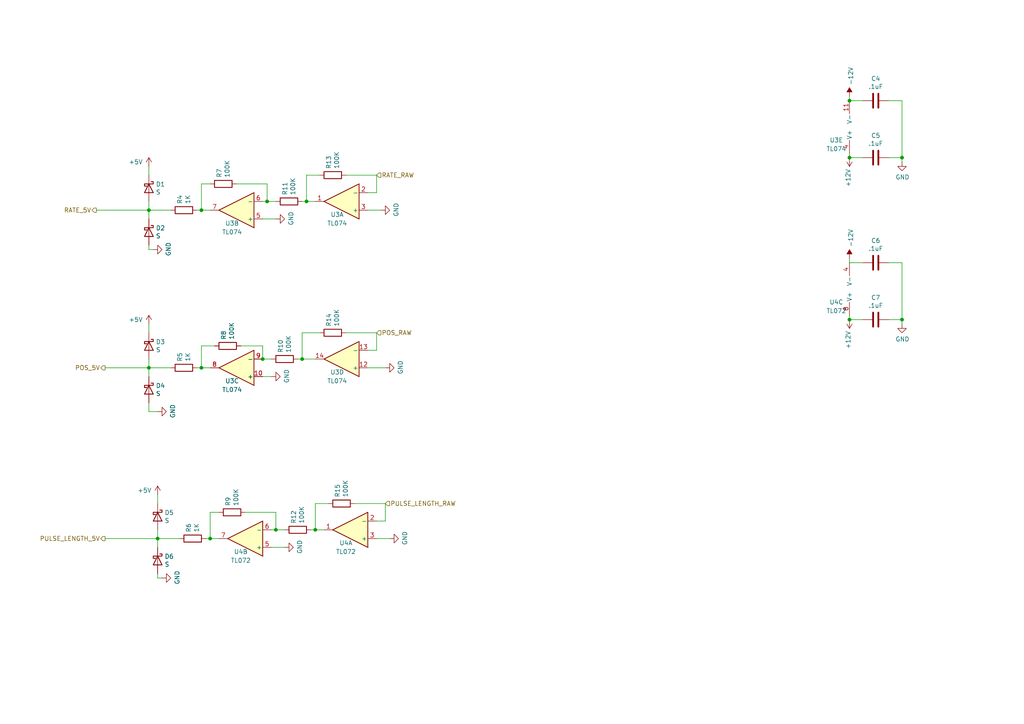
<source format=kicad_sch>
(kicad_sch (version 20230121) (generator eeschema)
  (paper "A4")
  (lib_symbols
    (symbol "Amplifier_Operational:TL072" (pin_names (offset 0.127))
      (property "Reference" "U" (at 0 5.08 0))
      (property "Value" "TL072" (at 0 -5.08 0))
      (symbol "TL072_1_1"
        (polyline (pts (xy -5.08 5.08) (xy 5.08 0) (xy -5.08 -5.08) (xy -5.08 5.08)) (stroke (width 0.254)) (fill (type background)))
        (pin output line (at 7.62 0 180) (length 2.54) (name "~") (number "1"))
        (pin input line (at -7.62 -2.54 0) (length 2.54) (name "-") (number "2"))
        (pin input line (at -7.62 2.54 0) (length 2.54) (name "+") (number "3"))
      )
      (symbol "TL072_2_1"
        (polyline (pts (xy -5.08 5.08) (xy 5.08 0) (xy -5.08 -5.08) (xy -5.08 5.08)) (stroke (width 0.254)) (fill (type background)))
        (pin input line (at -7.62 2.54 0) (length 2.54) (name "+") (number "5"))
        (pin input line (at -7.62 -2.54 0) (length 2.54) (name "-") (number "6"))
        (pin output line (at 7.62 0 180) (length 2.54) (name "~") (number "7"))
      )
      (symbol "TL072_3_1"
        (pin power_in line (at -2.54 -7.62 90) (length 3.81) (name "V-") (number "4"))
        (pin power_in line (at -2.54 7.62 270) (length 3.81) (name "V+") (number "8"))
      )
    )
    (symbol "Amplifier_Operational:TL074" (pin_names (offset 0.127))
      (property "Reference" "U" (at 0 5.08 0))
      (property "Value" "TL074" (at 0 -5.08 0))
      (symbol "TL074_1_1"
        (polyline (pts (xy -5.08 5.08) (xy 5.08 0) (xy -5.08 -5.08) (xy -5.08 5.08)) (stroke (width 0.254)) (fill (type background)))
        (pin output line (at 7.62 0 180) (length 2.54) (name "~") (number "1"))
        (pin input line (at -7.62 -2.54 0) (length 2.54) (name "-") (number "2"))
        (pin input line (at -7.62 2.54 0) (length 2.54) (name "+") (number "3"))
      )
      (symbol "TL074_2_1"
        (polyline (pts (xy -5.08 5.08) (xy 5.08 0) (xy -5.08 -5.08) (xy -5.08 5.08)) (stroke (width 0.254)) (fill (type background)))
        (pin input line (at -7.62 2.54 0) (length 2.54) (name "+") (number "5"))
        (pin input line (at -7.62 -2.54 0) (length 2.54) (name "-") (number "6"))
        (pin output line (at 7.62 0 180) (length 2.54) (name "~") (number "7"))
      )
      (symbol "TL074_3_1"
        (polyline (pts (xy -5.08 5.08) (xy 5.08 0) (xy -5.08 -5.08) (xy -5.08 5.08)) (stroke (width 0.254)) (fill (type background)))
        (pin input line (at -7.62 2.54 0) (length 2.54) (name "+") (number "10"))
        (pin output line (at 7.62 0 180) (length 2.54) (name "~") (number "8"))
        (pin input line (at -7.62 -2.54 0) (length 2.54) (name "-") (number "9"))
      )
      (symbol "TL074_4_1"
        (polyline (pts (xy -5.08 5.08) (xy 5.08 0) (xy -5.08 -5.08) (xy -5.08 5.08)) (stroke (width 0.254)) (fill (type background)))
        (pin input line (at -7.62 2.54 0) (length 2.54) (name "+") (number "12"))
        (pin input line (at -7.62 -2.54 0) (length 2.54) (name "-") (number "13"))
        (pin output line (at 7.62 0 180) (length 2.54) (name "~") (number "14"))
      )
      (symbol "TL074_5_1"
        (pin power_in line (at -2.54 -7.62 90) (length 3.81) (name "V-") (number "11"))
        (pin power_in line (at -2.54 7.62 270) (length 3.81) (name "V+") (number "4"))
      )
    )
    (symbol "Device:C" (pin_numbers hide) (pin_names (offset 0.254))
      (property "Reference" "C" (at 0.635 2.54 0))
      (property "Value" "C" (at 0.635 -2.54 0))
      (symbol "C_0_1"
        (polyline (pts (xy -2.032 -0.762) (xy 2.032 -0.762)) (stroke (width 0.508)))
        (polyline (pts (xy -2.032 0.762) (xy 2.032 0.762)) (stroke (width 0.508)))
      )
      (symbol "C_1_1"
        (pin passive line (at 0 3.81 270) (length 2.794) (name "~") (number "1"))
        (pin passive line (at 0 -3.81 90) (length 2.794) (name "~") (number "2"))
      )
    )
    (symbol "Device:D_Schottky" (pin_numbers hide) (pin_names (offset 1.016) hide)
      (property "Reference" "D" (at 0 2.54 0))
      (property "Value" "D_Schottky" (at 0 -2.54 0))
      (symbol "D_Schottky_0_1"
        (polyline (pts (xy 1.27 0) (xy -1.27 0)))
        (polyline (pts (xy 1.27 1.27) (xy 1.27 -1.27) (xy -1.27 0) (xy 1.27 1.27)) (stroke (width 0.254)))
        (polyline (pts (xy -1.905 0.635) (xy -1.905 1.27) (xy -1.27 1.27) (xy -1.27 -1.27) (xy -0.635 -1.27) (xy -0.635 -0.635)) (stroke (width 0.254)))
      )
      (symbol "D_Schottky_1_1"
        (pin passive line (at -3.81 0 0) (length 2.54) (name "K") (number "1"))
        (pin passive line (at 3.81 0 180) (length 2.54) (name "A") (number "2"))
      )
    )
    (symbol "Device:R" (pin_numbers hide) (pin_names (offset 0))
      (property "Reference" "R" (at 2.032 0 90))
      (property "Value" "R" (at 0 0 90))
      (symbol "R_0_1"
        (rectangle (start -1.016 -2.54) (end 1.016 2.54) (stroke (width 0.254)))
      )
      (symbol "R_1_1"
        (pin passive line (at 0 3.81 270) (length 1.27) (name "~") (number "1"))
        (pin passive line (at 0 -3.81 90) (length 1.27) (name "~") (number "2"))
      )
    )
    (symbol "power:+12V" (power) (pin_names (offset 0))
      (property "Value" "+12V" (at 0 3.556 0))
      (symbol "+12V_0_1"
        (polyline (pts (xy -0.762 1.27) (xy 0 2.54)))
        (polyline (pts (xy 0 0) (xy 0 2.54)))
        (polyline (pts (xy 0 2.54) (xy 0.762 1.27)))
      )
      (symbol "+12V_1_1"
        (pin power_in line (at 0 0 90) (length 0) hide (name "+12V") (number "1"))
      )
    )
    (symbol "power:+5V" (power) (pin_names (offset 0))
      (property "Value" "+5V" (at 0 3.556 0))
      (symbol "+5V_0_1"
        (polyline (pts (xy -0.762 1.27) (xy 0 2.54)))
        (polyline (pts (xy 0 0) (xy 0 2.54)))
        (polyline (pts (xy 0 2.54) (xy 0.762 1.27)))
      )
      (symbol "+5V_1_1"
        (pin power_in line (at 0 0 90) (length 0) hide (name "+5V") (number "1"))
      )
    )
    (symbol "power:-12V" (power) (pin_names (offset 0))
      (property "Value" "-12V" (at 0 3.81 0))
      (symbol "-12V_0_0"
        (pin power_in line (at 0 0 90) (length 0) hide (name "-12V") (number "1"))
      )
      (symbol "-12V_0_1"
        (polyline (pts (xy 0 0) (xy 0 1.27) (xy 0.762 1.27) (xy 0 2.54) (xy -0.762 1.27) (xy 0 1.27)) (fill (type outline)))
      )
    )
    (symbol "power:GND" (power) (pin_names (offset 0))
      (property "Value" "GND" (at 0 -3.81 0))
      (symbol "GND_0_1"
        (polyline (pts (xy 0 0) (xy 0 -1.27) (xy 1.27 -1.27) (xy 0 -2.54) (xy -1.27 -1.27) (xy 0 -1.27)))
      )
      (symbol "GND_1_1"
        (pin power_in line (at 0 0 270) (length 0) hide (name "GND") (number "1"))
      )
    )
  )
  (junction (at 43.18 60.96))
  (junction (at 261.62 45.72))
  (junction (at 80.01 153.67))
  (junction (at 60.96 156.21))
  (junction (at 246.38 29.21))
  (junction (at 58.42 60.96))
  (junction (at 58.42 106.68))
  (junction (at 43.18 106.68))
  (junction (at 77.47 58.42))
  (junction (at 87.63 104.14))
  (junction (at 246.38 45.72))
  (junction (at 246.38 92.71))
  (junction (at 76.2 104.14))
  (junction (at 261.62 92.71))
  (junction (at 45.72 156.21))
  (junction (at 88.9 58.42))
  (junction (at 91.44 153.67))
  (wire (pts (xy 77.47 53.34) (xy 68.58 53.34)))
  (wire (pts (xy 45.72 156.21) (xy 30.48 156.21)))
  (wire (pts (xy 92.71 50.8) (xy 88.9 50.8)))
  (wire (pts (xy 76.2 109.22) (xy 78.74 109.22)))
  (wire (pts (xy 250.19 45.72) (xy 246.38 45.72)))
  (wire (pts (xy 63.5 148.59) (xy 60.96 148.59)))
  (wire (pts (xy 76.2 58.42) (xy 77.47 58.42)))
  (wire (pts (xy 100.33 96.52) (xy 109.22 96.52)))
  (wire (pts (xy 261.62 92.71) (xy 261.62 93.98)))
  (wire (pts (xy 261.62 45.72) (xy 261.62 46.99)))
  (wire (pts (xy 62.23 100.33) (xy 58.42 100.33)))
  (wire (pts (xy 78.74 104.14) (xy 76.2 104.14)))
  (wire (pts (xy 69.85 100.33) (xy 76.2 100.33)))
  (wire (pts (xy 77.47 58.42) (xy 77.47 53.34)))
  (wire (pts (xy 92.71 96.52) (xy 87.63 96.52)))
  (wire (pts (xy 45.72 143.51) (xy 45.72 146.05)))
  (wire (pts (xy 95.25 146.05) (xy 91.44 146.05)))
  (wire (pts (xy 257.81 45.72) (xy 261.62 45.72)))
  (wire (pts (xy 49.53 106.68) (xy 43.18 106.68)))
  (wire (pts (xy 45.72 167.64) (xy 46.99 167.64)))
  (wire (pts (xy 52.07 156.21) (xy 45.72 156.21)))
  (wire (pts (xy 86.36 104.14) (xy 87.63 104.14)))
  (wire (pts (xy 43.18 71.12) (xy 43.18 72.39)))
  (wire (pts (xy 250.19 29.21) (xy 246.38 29.21)))
  (wire (pts (xy 257.81 76.2) (xy 261.62 76.2)))
  (wire (pts (xy 58.42 100.33) (xy 58.42 106.68)))
  (wire (pts (xy 111.76 146.05) (xy 102.87 146.05)))
  (wire (pts (xy 106.68 106.68) (xy 111.76 106.68)))
  (wire (pts (xy 43.18 60.96) (xy 27.94 60.96)))
  (wire (pts (xy 109.22 55.88) (xy 109.22 50.8)))
  (wire (pts (xy 45.72 166.37) (xy 45.72 167.64)))
  (wire (pts (xy 80.01 148.59) (xy 71.12 148.59)))
  (wire (pts (xy 109.22 96.52) (xy 109.22 101.6)))
  (wire (pts (xy 246.38 74.93) (xy 246.38 76.2)))
  (wire (pts (xy 88.9 58.42) (xy 87.63 58.42)))
  (wire (pts (xy 109.22 50.8) (xy 100.33 50.8)))
  (wire (pts (xy 76.2 100.33) (xy 76.2 104.14)))
  (wire (pts (xy 246.38 27.94) (xy 246.38 29.21)))
  (wire (pts (xy 257.81 92.71) (xy 261.62 92.71)))
  (wire (pts (xy 43.18 104.14) (xy 43.18 106.68)))
  (wire (pts (xy 43.18 63.5) (xy 43.18 60.96)))
  (wire (pts (xy 43.18 106.68) (xy 43.18 109.22)))
  (wire (pts (xy 246.38 44.45) (xy 246.38 45.72)))
  (wire (pts (xy 111.76 151.13) (xy 109.22 151.13)))
  (wire (pts (xy 91.44 58.42) (xy 88.9 58.42)))
  (wire (pts (xy 43.18 48.26) (xy 43.18 50.8)))
  (wire (pts (xy 58.42 106.68) (xy 57.15 106.68)))
  (wire (pts (xy 58.42 60.96) (xy 57.15 60.96)))
  (wire (pts (xy 109.22 156.21) (xy 113.03 156.21)))
  (wire (pts (xy 109.22 101.6) (xy 106.68 101.6)))
  (wire (pts (xy 78.74 153.67) (xy 80.01 153.67)))
  (wire (pts (xy 91.44 153.67) (xy 90.17 153.67)))
  (wire (pts (xy 91.44 146.05) (xy 91.44 153.67)))
  (wire (pts (xy 60.96 60.96) (xy 58.42 60.96)))
  (wire (pts (xy 43.18 93.98) (xy 43.18 96.52)))
  (wire (pts (xy 45.72 153.67) (xy 45.72 156.21)))
  (wire (pts (xy 45.72 158.75) (xy 45.72 156.21)))
  (wire (pts (xy 76.2 63.5) (xy 80.01 63.5)))
  (wire (pts (xy 60.96 156.21) (xy 59.69 156.21)))
  (wire (pts (xy 261.62 76.2) (xy 261.62 92.71)))
  (wire (pts (xy 250.19 92.71) (xy 246.38 92.71)))
  (wire (pts (xy 78.74 158.75) (xy 82.55 158.75)))
  (wire (pts (xy 60.96 53.34) (xy 58.42 53.34)))
  (wire (pts (xy 43.18 72.39) (xy 44.45 72.39)))
  (wire (pts (xy 87.63 96.52) (xy 87.63 104.14)))
  (wire (pts (xy 43.18 106.68) (xy 30.48 106.68)))
  (wire (pts (xy 106.68 60.96) (xy 110.49 60.96)))
  (wire (pts (xy 49.53 60.96) (xy 43.18 60.96)))
  (wire (pts (xy 63.5 156.21) (xy 60.96 156.21)))
  (wire (pts (xy 80.01 153.67) (xy 80.01 148.59)))
  (wire (pts (xy 43.18 116.84) (xy 43.18 119.38)))
  (wire (pts (xy 111.76 151.13) (xy 111.76 146.05)))
  (wire (pts (xy 88.9 50.8) (xy 88.9 58.42)))
  (wire (pts (xy 250.19 76.2) (xy 246.38 76.2)))
  (wire (pts (xy 87.63 104.14) (xy 91.44 104.14)))
  (wire (pts (xy 80.01 153.67) (xy 82.55 153.67)))
  (wire (pts (xy 43.18 119.38) (xy 45.72 119.38)))
  (wire (pts (xy 77.47 58.42) (xy 80.01 58.42)))
  (wire (pts (xy 60.96 148.59) (xy 60.96 156.21)))
  (wire (pts (xy 93.98 153.67) (xy 91.44 153.67)))
  (wire (pts (xy 109.22 55.88) (xy 106.68 55.88)))
  (wire (pts (xy 43.18 58.42) (xy 43.18 60.96)))
  (wire (pts (xy 246.38 91.44) (xy 246.38 92.71)))
  (wire (pts (xy 58.42 53.34) (xy 58.42 60.96)))
  (wire (pts (xy 261.62 29.21) (xy 261.62 45.72)))
  (wire (pts (xy 60.96 106.68) (xy 58.42 106.68)))
  (wire (pts (xy 257.81 29.21) (xy 261.62 29.21)))
  (hierarchical_label "POS_5V" (shape output) (at 30.48 106.68 180))
  (hierarchical_label "PULSE_LENGTH_5V" (shape output) (at 30.48 156.21 180))
  (hierarchical_label "RATE_RAW" (shape input) (at 109.22 50.8 0))
  (hierarchical_label "PULSE_LENGTH_RAW" (shape input) (at 111.76 146.05 0))
  (hierarchical_label "POS_RAW" (shape input) (at 109.22 96.52 0))
  (hierarchical_label "RATE_5V" (shape output) (at 27.94 60.96 180))
  (symbol (lib_id "Device:C") (at 254 29.21 270) (unit 1)
    (property "Reference" "C4" (at 254 22.8092 90))
    (property "Value" ".1uF" (at 254 25.1206 90))
    (property "Footprint" "Capacitor_THT:C_Disc_D3.0mm_W1.6mm_P2.50mm" (effects hide))
  )
  (symbol (lib_id "power:GND") (at 261.62 46.99 0) (unit 1)
    (property "Reference" "#PWR034" (effects hide))
    (property "Value" "GND" (at 261.747 51.3842 0))
    (instances (project "brain" (path "" (reference "#PWR034") (unit 1)) (path "" (reference "#PWR?") (unit 1))))
  )
  (symbol (lib_id "Device:C") (at 254 45.72 270) (unit 1)
    (property "Reference" "C5" (at 254 39.3192 90))
    (property "Value" ".1uF" (at 254 41.6306 90))
    (property "Footprint" "Capacitor_THT:C_Disc_D3.0mm_W1.6mm_P2.50mm" (effects hide))
  )
  (symbol (lib_id "Amplifier_Operational:TL072") (at 101.6 153.67 180) (unit 1)
    (property "Reference" "U4" (at 100.33 157.48 0))
    (property "Value" "TL072" (at 100.33 160.02 0))
    (property "Footprint" "Package_DIP:DIP-8_W7.62mm" (effects hide))
    (property "Datasheet" "http://www.ti.com/lit/ds/symlink/tl071.pdf" (effects hide))
    (instances (project "brain" (path "" (reference "U4") (unit 1)) (path "" (reference "U?") (unit 1))))
  )
  (symbol (lib_id "power:GND") (at 113.03 156.21 90) (unit 1)
    (property "Reference" "#PWR029" (effects hide))
    (property "Value" "GND" (at 117.4242 156.083 0))
    (instances (project "brain" (path "" (reference "#PWR029") (unit 1)) (path "" (reference "#PWR?") (unit 1))))
  )
  (symbol (lib_id "Device:R") (at 99.06 146.05 90) (unit 1)
    (property "Reference" "R15" (at 97.8916 144.272 0) (effects (justify left)))
    (property "Value" "100K" (at 100.203 144.272 0) (effects (justify left)))
    (property "Footprint" "Resistor_THT:R_Axial_DIN0207_L6.3mm_D2.5mm_P7.62mm_Horizontal" (effects hide))
    (instances (project "brain" (path "" (reference "R15") (unit 1)) (path "" (reference "R?") (unit 1))))
  )
  (symbol (lib_id "Device:R") (at 86.36 153.67 90) (unit 1)
    (property "Reference" "R12" (at 85.1916 151.892 0) (effects (justify left)))
    (property "Value" "100K" (at 87.503 151.892 0) (effects (justify left)))
    (property "Footprint" "Resistor_THT:R_Axial_DIN0207_L6.3mm_D2.5mm_P7.62mm_Horizontal" (effects hide))
    (instances (project "brain" (path "" (reference "R12") (unit 1)) (path "" (reference "R?") (unit 1))))
  )
  (symbol (lib_id "Amplifier_Operational:TL072") (at 71.12 156.21 180) (unit 2)
    (property "Reference" "U4" (at 69.85 160.02 0))
    (property "Value" "TL072" (at 69.85 162.56 0))
    (property "Footprint" "Package_DIP:DIP-8_W7.62mm" (effects hide))
    (property "Datasheet" "http://www.ti.com/lit/ds/symlink/tl071.pdf" (effects hide))
    (instances (project "brain" (path "" (reference "U4") (unit 2)) (path "" (reference "U?") (unit 2))))
  )
  (symbol (lib_id "power:GND") (at 82.55 158.75 90) (unit 1)
    (property "Reference" "#PWR026" (effects hide))
    (property "Value" "GND" (at 86.9442 158.623 0))
    (instances (project "brain" (path "" (reference "#PWR026") (unit 1)) (path "" (reference "#PWR?") (unit 1))))
  )
  (symbol (lib_id "Device:R") (at 67.31 148.59 90) (unit 1)
    (property "Reference" "R9" (at 66.1416 146.812 0) (effects (justify left)))
    (property "Value" "100K" (at 68.453 146.812 0) (effects (justify left)))
    (property "Footprint" "Resistor_THT:R_Axial_DIN0207_L6.3mm_D2.5mm_P7.62mm_Horizontal" (effects hide))
    (instances (project "brain" (path "" (reference "R9") (unit 1)) (path "" (reference "R?") (unit 1))))
  )
  (symbol (lib_id "Device:R") (at 55.88 156.21 90) (unit 1)
    (property "Reference" "R6" (at 54.7116 154.432 0) (effects (justify left)))
    (property "Value" "1K" (at 57.023 154.432 0) (effects (justify left)))
    (property "Footprint" "Resistor_THT:R_Axial_DIN0207_L6.3mm_D2.5mm_P7.62mm_Horizontal" (effects hide))
    (instances (project "brain" (path "" (reference "R6") (unit 1)) (path "" (reference "R?") (unit 1))))
  )
  (symbol (lib_id "Device:D_Schottky") (at 45.72 149.86 270) (unit 1)
    (property "Reference" "D5" (at 47.7266 148.6916 90) (effects (justify left)))
    (property "Value" "S" (at 47.7266 151.003 90) (effects (justify left)))
    (property "Footprint" "Diode_THT:D_DO-34_SOD68_P7.62mm_Horizontal" (effects hide))
    (instances (project "brain" (path "" (reference "D5") (unit 1)) (path "" (reference "D?") (unit 1))))
  )
  (symbol (lib_id "Device:D_Schottky") (at 45.72 162.56 270) (unit 1)
    (property "Reference" "D6" (at 47.7266 161.3916 90) (effects (justify left)))
    (property "Value" "S" (at 47.7266 163.703 90) (effects (justify left)))
    (property "Footprint" "Diode_THT:D_DO-34_SOD68_P7.62mm_Horizontal" (effects hide))
    (instances (project "brain" (path "" (reference "D6") (unit 1)) (path "" (reference "D?") (unit 1))))
  )
  (symbol (lib_id "power:+5V") (at 45.72 143.51 0) (unit 1)
    (property "Reference" "#PWR022" (effects hide))
    (property "Value" "+5V" (at 41.91 142.24 0))
    (instances (project "brain" (path "" (reference "#PWR022") (unit 1)) (path "" (reference "#PWR?") (unit 1))))
  )
  (symbol (lib_id "power:GND") (at 46.99 167.64 90) (unit 1)
    (property "Reference" "#PWR023" (effects hide))
    (property "Value" "GND" (at 51.3842 167.513 0))
    (instances (project "brain" (path "" (reference "#PWR023") (unit 1)) (path "" (reference "#PWR?") (unit 1))))
  )
  (symbol (lib_id "power:+12V") (at 246.38 92.71 180) (unit 1)
    (property "Reference" "#PWR033" (effects hide))
    (property "Value" "+12V" (at 245.999 95.9612 90) (effects (justify left)))
    (instances (project "brain" (path "" (reference "#PWR033") (unit 1)) (path "" (reference "#PWR?") (unit 1))))
  )
  (symbol (lib_id "power:-12V") (at 246.38 74.93 0) (unit 1)
    (property "Reference" "#PWR032" (effects hide))
    (property "Value" "-12V" (at 246.761 71.6788 90) (effects (justify left)))
    (instances (project "brain" (path "" (reference "#PWR032") (unit 1)) (path "" (reference "#PWR?") (unit 1))))
  )
  (symbol (lib_id "Device:C") (at 254 76.2 270) (unit 1)
    (property "Reference" "C6" (at 254 69.7992 90))
    (property "Value" ".1uF" (at 254 72.1106 90))
    (property "Footprint" "Capacitor_THT:C_Disc_D3.0mm_W1.6mm_P2.50mm" (effects hide))
  )
  (symbol (lib_id "power:GND") (at 261.62 93.98 0) (unit 1)
    (property "Reference" "#PWR035" (effects hide))
    (property "Value" "GND" (at 261.747 98.3742 0))
    (instances (project "brain" (path "" (reference "#PWR035") (unit 1)) (path "" (reference "#PWR?") (unit 1))))
  )
  (symbol (lib_id "Device:C") (at 254 92.71 270) (unit 1)
    (property "Reference" "C7" (at 254 86.3092 90))
    (property "Value" ".1uF" (at 254 88.6206 90))
    (property "Footprint" "Capacitor_THT:C_Disc_D3.0mm_W1.6mm_P2.50mm" (effects hide))
  )
  (symbol (lib_id "Amplifier_Operational:TL072") (at 243.84 83.82 180) (unit 3)
    (property "Reference" "U4" (at 242.57 87.63 0))
    (property "Value" "TL072" (at 242.57 90.17 0))
    (property "Footprint" "Package_DIP:DIP-8_W7.62mm" (effects hide))
    (property "Datasheet" "http://www.ti.com/lit/ds/symlink/tl071.pdf" (effects hide))
    (instances (project "brain" (path "" (reference "U4") (unit 3)) (path "" (reference "U?") (unit 1))))
  )
  (symbol (lib_id "Amplifier_Operational:TL074") (at 99.06 58.42 180) (unit 1)
    (property "Reference" "U3" (at 97.79 62.23 0))
    (property "Value" "TL074" (at 97.79 64.77 0))
    (property "Footprint" "Package_DIP:DIP-14_W7.62mm" (effects hide))
    (property "Datasheet" "http://www.ti.com/lit/ds/symlink/tl071.pdf" (effects hide))
    (instances (project "brain" (path "" (reference "U3") (unit 1)) (path "" (reference "U?") (unit 1))))
  )
  (symbol (lib_id "power:GND") (at 110.49 60.96 90) (unit 1)
    (property "Reference" "#PWR027" (effects hide))
    (property "Value" "GND" (at 114.8842 60.833 0))
    (instances (project "brain" (path "" (reference "#PWR027") (unit 1)) (path "" (reference "#PWR?") (unit 1))))
  )
  (symbol (lib_id "Device:R") (at 96.52 50.8 90) (unit 1)
    (property "Reference" "R13" (at 95.3516 49.022 0) (effects (justify left)))
    (property "Value" "100K" (at 97.663 49.022 0) (effects (justify left)))
    (property "Footprint" "Resistor_THT:R_Axial_DIN0207_L6.3mm_D2.5mm_P7.62mm_Horizontal" (effects hide))
    (instances (project "brain" (path "" (reference "R13") (unit 1)) (path "" (reference "R?") (unit 1))))
  )
  (symbol (lib_id "Device:R") (at 83.82 58.42 90) (unit 1)
    (property "Reference" "R11" (at 82.6516 56.642 0) (effects (justify left)))
    (property "Value" "100K" (at 84.963 56.642 0) (effects (justify left)))
    (property "Footprint" "Resistor_THT:R_Axial_DIN0207_L6.3mm_D2.5mm_P7.62mm_Horizontal" (effects hide))
    (instances (project "brain" (path "" (reference "R11") (unit 1)) (path "" (reference "R?") (unit 1))))
  )
  (symbol (lib_id "Amplifier_Operational:TL074") (at 68.58 60.96 180) (unit 2)
    (property "Reference" "U3" (at 67.31 64.77 0))
    (property "Value" "TL074" (at 67.31 67.31 0))
    (property "Footprint" "Package_DIP:DIP-14_W7.62mm" (effects hide))
    (property "Datasheet" "http://www.ti.com/lit/ds/symlink/tl071.pdf" (effects hide))
    (instances (project "brain" (path "" (reference "U3") (unit 2)) (path "" (reference "U?") (unit 2))))
  )
  (symbol (lib_id "power:GND") (at 80.01 63.5 90) (unit 1)
    (property "Reference" "#PWR025" (effects hide))
    (property "Value" "GND" (at 84.4042 63.373 0))
    (instances (project "brain" (path "" (reference "#PWR025") (unit 1)) (path "" (reference "#PWR?") (unit 1))))
  )
  (symbol (lib_id "Device:R") (at 64.77 53.34 90) (unit 1)
    (property "Reference" "R7" (at 63.6016 51.562 0) (effects (justify left)))
    (property "Value" "100K" (at 65.913 51.562 0) (effects (justify left)))
    (property "Footprint" "Resistor_THT:R_Axial_DIN0207_L6.3mm_D2.5mm_P7.62mm_Horizontal" (effects hide))
    (instances (project "brain" (path "" (reference "R7") (unit 1)) (path "" (reference "R?") (unit 1))))
  )
  (symbol (lib_id "Device:R") (at 53.34 60.96 90) (unit 1)
    (property "Reference" "R4" (at 52.1716 59.182 0) (effects (justify left)))
    (property "Value" "1K" (at 54.483 59.182 0) (effects (justify left)))
    (property "Footprint" "Resistor_THT:R_Axial_DIN0207_L6.3mm_D2.5mm_P7.62mm_Horizontal" (effects hide))
    (instances (project "brain" (path "" (reference "R4") (unit 1)) (path "" (reference "R?") (unit 1))))
  )
  (symbol (lib_id "Device:D_Schottky") (at 43.18 54.61 270) (unit 1)
    (property "Reference" "D1" (at 45.1866 53.4416 90) (effects (justify left)))
    (property "Value" "S" (at 45.1866 55.753 90) (effects (justify left)))
    (property "Footprint" "Diode_THT:D_DO-34_SOD68_P7.62mm_Horizontal" (effects hide))
    (instances (project "brain" (path "" (reference "D1") (unit 1)) (path "" (reference "D?") (unit 1))))
  )
  (symbol (lib_id "Device:D_Schottky") (at 43.18 67.31 270) (unit 1)
    (property "Reference" "D2" (at 45.1866 66.1416 90) (effects (justify left)))
    (property "Value" "S" (at 45.1866 68.453 90) (effects (justify left)))
    (property "Footprint" "Diode_THT:D_DO-34_SOD68_P7.62mm_Horizontal" (effects hide))
    (instances (project "brain" (path "" (reference "D2") (unit 1)) (path "" (reference "D?") (unit 1))))
  )
  (symbol (lib_id "power:+5V") (at 43.18 48.26 0) (unit 1)
    (property "Reference" "#PWR018" (effects hide))
    (property "Value" "+5V" (at 39.37 46.99 0))
    (instances (project "brain" (path "" (reference "#PWR018") (unit 1)) (path "" (reference "#PWR?") (unit 1))))
  )
  (symbol (lib_id "power:GND") (at 44.45 72.39 90) (unit 1)
    (property "Reference" "#PWR020" (effects hide))
    (property "Value" "GND" (at 48.8442 72.263 0))
    (instances (project "brain" (path "" (reference "#PWR020") (unit 1)) (path "" (reference "#PWR?") (unit 1))))
  )
  (symbol (lib_id "Amplifier_Operational:TL074") (at 99.06 104.14 180) (unit 4)
    (property "Reference" "U3" (at 97.79 107.95 0))
    (property "Value" "TL074" (at 97.79 110.49 0))
    (property "Footprint" "Package_DIP:DIP-14_W7.62mm" (effects hide))
    (property "Datasheet" "http://www.ti.com/lit/ds/symlink/tl071.pdf" (effects hide))
    (instances (project "brain" (path "" (reference "U3") (unit 4)) (path "" (reference "U?") (unit 3))))
  )
  (symbol (lib_id "power:GND") (at 111.76 106.68 90) (unit 1)
    (property "Reference" "#PWR028" (effects hide))
    (property "Value" "GND" (at 116.1542 106.553 0))
    (instances (project "brain" (path "" (reference "#PWR028") (unit 1)) (path "" (reference "#PWR?") (unit 1))))
  )
  (symbol (lib_id "Device:R") (at 96.52 96.52 90) (unit 1)
    (property "Reference" "R14" (at 95.3516 94.742 0) (effects (justify left)))
    (property "Value" "100K" (at 97.663 94.742 0) (effects (justify left)))
    (property "Footprint" "Resistor_THT:R_Axial_DIN0207_L6.3mm_D2.5mm_P7.62mm_Horizontal" (effects hide))
    (instances (project "brain" (path "" (reference "R14") (unit 1)) (path "" (reference "R?") (unit 1))))
  )
  (symbol (lib_id "Device:R") (at 82.55 104.14 90) (unit 1)
    (property "Reference" "R10" (at 81.3816 102.362 0) (effects (justify left)))
    (property "Value" "100K" (at 83.693 102.362 0) (effects (justify left)))
    (property "Footprint" "Resistor_THT:R_Axial_DIN0207_L6.3mm_D2.5mm_P7.62mm_Horizontal" (effects hide))
    (instances (project "brain" (path "" (reference "R10") (unit 1)) (path "" (reference "R?") (unit 1))))
  )
  (symbol (lib_id "Amplifier_Operational:TL074") (at 68.58 106.68 180) (unit 3)
    (property "Reference" "U3" (at 67.31 110.49 0))
    (property "Value" "TL074" (at 67.31 113.03 0))
    (property "Footprint" "Package_DIP:DIP-14_W7.62mm" (effects hide))
    (property "Datasheet" "http://www.ti.com/lit/ds/symlink/tl071.pdf" (effects hide))
    (instances (project "brain" (path "" (reference "U3") (unit 3)) (path "" (reference "U?") (unit 4))))
  )
  (symbol (lib_id "power:GND") (at 78.74 109.22 90) (unit 1)
    (property "Reference" "#PWR024" (effects hide))
    (property "Value" "GND" (at 83.1342 109.093 0))
    (instances (project "brain" (path "" (reference "#PWR024") (unit 1)) (path "" (reference "#PWR?") (unit 1))))
  )
  (symbol (lib_id "Device:R") (at 66.04 100.33 90) (unit 1)
    (property "Reference" "R8" (at 64.8716 98.552 0) (effects (justify left)))
    (property "Value" "100K" (at 67.183 98.552 0) (effects (justify left)))
    (property "Footprint" "Resistor_THT:R_Axial_DIN0207_L6.3mm_D2.5mm_P7.62mm_Horizontal" (effects hide))
    (instances (project "brain" (path "" (reference "R8") (unit 1)) (path "" (reference "R?") (unit 1))))
  )
  (symbol (lib_id "Device:R") (at 53.34 106.68 90) (unit 1)
    (property "Reference" "R5" (at 52.1716 104.902 0) (effects (justify left)))
    (property "Value" "1K" (at 54.483 104.902 0) (effects (justify left)))
    (property "Footprint" "Resistor_THT:R_Axial_DIN0207_L6.3mm_D2.5mm_P7.62mm_Horizontal" (effects hide))
    (instances (project "brain" (path "" (reference "R5") (unit 1)) (path "" (reference "R?") (unit 1))))
  )
  (symbol (lib_id "Device:D_Schottky") (at 43.18 100.33 270) (unit 1)
    (property "Reference" "D3" (at 45.1866 99.1616 90) (effects (justify left)))
    (property "Value" "S" (at 45.1866 101.473 90) (effects (justify left)))
    (property "Footprint" "Diode_THT:D_DO-34_SOD68_P7.62mm_Horizontal" (effects hide))
    (instances (project "brain" (path "" (reference "D3") (unit 1)) (path "" (reference "D?") (unit 1))))
  )
  (symbol (lib_id "Device:D_Schottky") (at 43.18 113.03 270) (unit 1)
    (property "Reference" "D4" (at 45.1866 111.8616 90) (effects (justify left)))
    (property "Value" "S" (at 45.1866 114.173 90) (effects (justify left)))
    (property "Footprint" "Diode_THT:D_DO-34_SOD68_P7.62mm_Horizontal" (effects hide))
    (instances (project "brain" (path "" (reference "D4") (unit 1)) (path "" (reference "D?") (unit 1))))
  )
  (symbol (lib_id "power:GND") (at 45.72 119.38 90) (unit 1)
    (property "Reference" "#PWR021" (effects hide))
    (property "Value" "GND" (at 50.1142 119.253 0))
    (instances (project "brain" (path "" (reference "#PWR021") (unit 1)) (path "" (reference "#PWR?") (unit 1))))
  )
  (symbol (lib_id "power:+5V") (at 43.18 93.98 0) (unit 1)
    (property "Reference" "#PWR019" (effects hide))
    (property "Value" "+5V" (at 39.37 92.71 0))
    (instances (project "brain" (path "" (reference "#PWR019") (unit 1)) (path "" (reference "#PWR?") (unit 1))))
  )
  (symbol (lib_id "Amplifier_Operational:TL074") (at 243.84 36.83 180) (unit 5)
    (property "Reference" "U3" (at 242.57 40.64 0))
    (property "Value" "TL074" (at 242.57 43.18 0))
    (property "Footprint" "Package_DIP:DIP-14_W7.62mm" (effects hide))
    (property "Datasheet" "http://www.ti.com/lit/ds/symlink/tl071.pdf" (effects hide))
    (instances (project "brain" (path "" (reference "U3") (unit 5)) (path "" (reference "U?") (unit 5))))
  )
  (symbol (lib_id "power:+12V") (at 246.38 45.72 180) (unit 1)
    (property "Reference" "#PWR031" (effects hide))
    (property "Value" "+12V" (at 245.999 48.9712 90) (effects (justify left)))
    (instances (project "brain" (path "" (reference "#PWR031") (unit 1)) (path "" (reference "#PWR?") (unit 1))))
  )
  (symbol (lib_id "power:-12V") (at 246.38 27.94 0) (unit 1)
    (property "Reference" "#PWR030" (effects hide))
    (property "Value" "-12V" (at 246.761 24.6888 90) (effects (justify left)))
    (instances (project "brain" (path "" (reference "#PWR030") (unit 1)) (path "" (reference "#PWR?") (unit 1))))
  )
)
</source>
